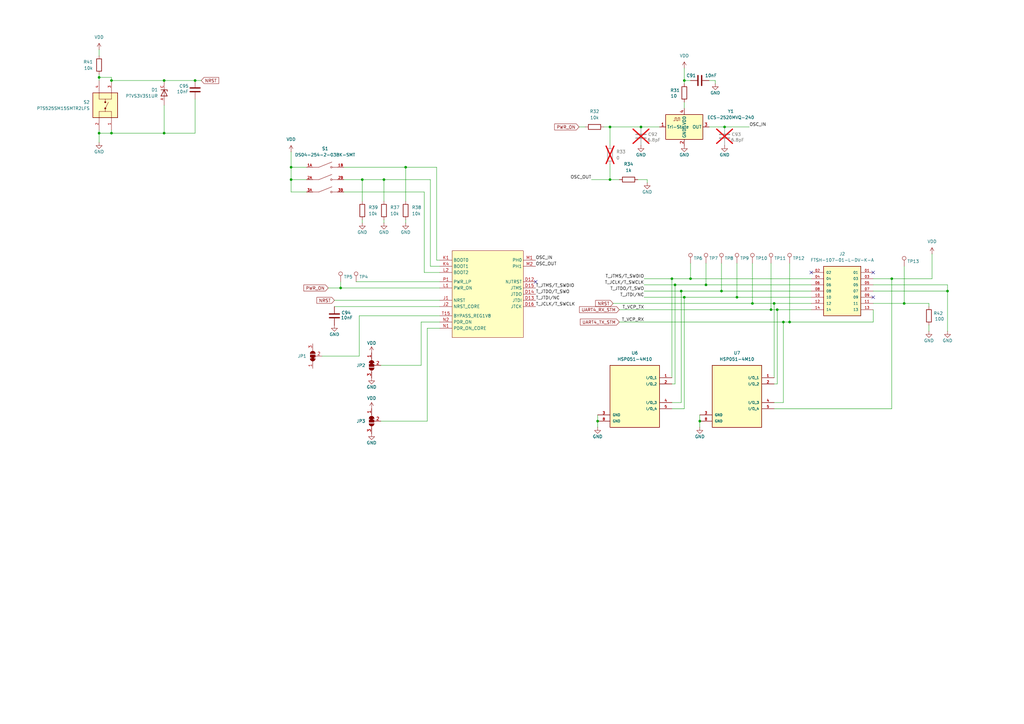
<source format=kicad_sch>
(kicad_sch (version 20250114) (generator "eeschema") (generator_version "9.0")
  (paper "A3")
  (title_block (comment 1 "Author: Mykola Grodskyi"))
  (junction (at 370.84 124.46))
  (junction (at 308.61 124.46))
  (junction (at 297.18 52.07))
  (junction (at 80.01 33.02))
  (junction (at 302.26 121.92))
  (junction (at 321.31 132.08))
  (junction (at 275.59 114.3))
  (junction (at 323.85 132.08))
  (junction (at 119.38 73.66))
  (junction (at 139.7 118.11))
  (junction (at 317.5 124.46))
  (junction (at 295.91 119.38))
  (junction (at 262.89 52.07))
  (junction (at 283.21 114.3))
  (junction (at 67.31 54.61))
  (junction (at 287.02 172.72))
  (junction (at 67.31 33.02))
  (junction (at 245.11 172.72))
  (junction (at 250.19 73.66))
  (junction (at 45.72 54.61))
  (junction (at 388.62 119.38))
  (junction (at 280.67 121.92))
  (junction (at 166.37 68.58))
  (junction (at 250.19 52.07))
  (junction (at 119.38 68.58))
  (junction (at 148.59 73.66))
  (junction (at 40.64 54.61))
  (junction (at 316.23 127))
  (junction (at 279.4 119.38))
  (junction (at 40.64 31.75))
  (junction (at 289.56 116.84))
  (junction (at 157.48 73.66))
  (junction (at 280.67 33.02))
  (junction (at 45.72 33.02))
  (junction (at 276.86 116.84))
  (junction (at 365.76 114.3))
  (junction (at 318.77 127))
  (no_connect (at 219.71 115.57))
  (no_connect (at 358.14 121.92))
  (no_connect (at 358.14 111.76))
  (no_connect (at 332.74 111.76))
  (wire (pts (xy 264.16 116.84) (xy 276.86 116.84)))
  (wire (pts (xy 250.19 67.31) (xy 250.19 73.66)))
  (wire (pts (xy 290.83 33.02) (xy 293.37 33.02)))
  (wire (pts (xy 317.5 157.48) (xy 318.77 157.48)))
  (wire (pts (xy 388.62 119.38) (xy 388.62 116.84)))
  (wire (pts (xy 317.5 124.46) (xy 317.5 154.94)))
  (wire (pts (xy 67.31 54.61) (xy 80.01 54.61)))
  (wire (pts (xy 156.21 172.72) (xy 175.26 172.72)))
  (wire (pts (xy 275.59 114.3) (xy 283.21 114.3)))
  (wire (pts (xy 140.97 73.66) (xy 148.59 73.66)))
  (wire (pts (xy 156.21 149.86) (xy 172.72 149.86)))
  (wire (pts (xy 166.37 68.58) (xy 140.97 68.58)))
  (wire (pts (xy 247.65 52.07) (xy 250.19 52.07)))
  (wire (pts (xy 166.37 91.44) (xy 166.37 90.17)))
  (wire (pts (xy 251.46 124.46) (xy 308.61 124.46)))
  (wire (pts (xy 264.16 121.92) (xy 280.67 121.92)))
  (wire (pts (xy 147.32 146.05) (xy 147.32 129.54)))
  (wire (pts (xy 180.34 111.76) (xy 173.99 111.76)))
  (wire (pts (xy 358.14 114.3) (xy 365.76 114.3)))
  (wire (pts (xy 264.16 119.38) (xy 279.4 119.38)))
  (wire (pts (xy 175.26 134.62) (xy 175.26 172.72)))
  (wire (pts (xy 323.85 107.95) (xy 323.85 132.08)))
  (wire (pts (xy 80.01 54.61) (xy 80.01 40.64)))
  (wire (pts (xy 250.19 52.07) (xy 262.89 52.07)))
  (wire (pts (xy 40.64 54.61) (xy 40.64 58.42)))
  (wire (pts (xy 370.84 109.22) (xy 370.84 124.46)))
  (wire (pts (xy 308.61 107.95) (xy 308.61 124.46)))
  (wire (pts (xy 283.21 114.3) (xy 332.74 114.3)))
  (wire (pts (xy 148.59 73.66) (xy 148.59 82.55)))
  (wire (pts (xy 67.31 33.02) (xy 45.72 33.02)))
  (wire (pts (xy 316.23 127) (xy 318.77 127)))
  (wire (pts (xy 323.85 132.08) (xy 358.14 132.08)))
  (wire (pts (xy 317.5 167.64) (xy 365.76 167.64)))
  (wire (pts (xy 139.7 118.11) (xy 180.34 118.11)))
  (wire (pts (xy 254 73.66) (xy 250.19 73.66)))
  (wire (pts (xy 134.62 118.11) (xy 139.7 118.11)))
  (wire (pts (xy 280.67 27.94) (xy 280.67 33.02)))
  (wire (pts (xy 40.64 53.34) (xy 40.64 54.61)))
  (wire (pts (xy 172.72 132.08) (xy 172.72 149.86)))
  (wire (pts (xy 132.08 146.05) (xy 147.32 146.05)))
  (wire (pts (xy 318.77 127) (xy 332.74 127)))
  (wire (pts (xy 321.31 132.08) (xy 323.85 132.08)))
  (wire (pts (xy 172.72 132.08) (xy 180.34 132.08)))
  (wire (pts (xy 275.59 114.3) (xy 275.59 154.94)))
  (wire (pts (xy 295.91 119.38) (xy 332.74 119.38)))
  (wire (pts (xy 173.99 78.74) (xy 140.97 78.74)))
  (wire (pts (xy 147.32 129.54) (xy 180.34 129.54)))
  (wire (pts (xy 280.67 121.92) (xy 280.67 167.64)))
  (wire (pts (xy 245.11 170.18) (xy 245.11 172.72)))
  (wire (pts (xy 388.62 119.38) (xy 388.62 135.89)))
  (wire (pts (xy 365.76 114.3) (xy 382.27 114.3)))
  (wire (pts (xy 381 135.89) (xy 381 133.35)))
  (wire (pts (xy 279.4 119.38) (xy 295.91 119.38)))
  (wire (pts (xy 67.31 43.18) (xy 67.31 54.61)))
  (wire (pts (xy 289.56 107.95) (xy 289.56 116.84)))
  (wire (pts (xy 280.67 41.91) (xy 280.67 44.45)))
  (wire (pts (xy 275.59 165.1) (xy 279.4 165.1)))
  (wire (pts (xy 176.53 109.22) (xy 180.34 109.22)))
  (wire (pts (xy 40.64 54.61) (xy 45.72 54.61)))
  (wire (pts (xy 119.38 73.66) (xy 119.38 78.74)))
  (wire (pts (xy 173.99 111.76) (xy 173.99 78.74)))
  (wire (pts (xy 381 125.73) (xy 381 124.46)))
  (wire (pts (xy 180.34 134.62) (xy 175.26 134.62)))
  (wire (pts (xy 40.64 30.48) (xy 40.64 31.75)))
  (wire (pts (xy 275.59 167.64) (xy 280.67 167.64)))
  (wire (pts (xy 302.26 107.95) (xy 302.26 121.92)))
  (wire (pts (xy 80.01 33.02) (xy 67.31 33.02)))
  (wire (pts (xy 358.14 119.38) (xy 388.62 119.38)))
  (wire (pts (xy 242.57 73.66) (xy 250.19 73.66)))
  (wire (pts (xy 157.48 73.66) (xy 157.48 82.55)))
  (wire (pts (xy 358.14 116.84) (xy 388.62 116.84)))
  (wire (pts (xy 287.02 170.18) (xy 287.02 172.72)))
  (wire (pts (xy 45.72 53.34) (xy 45.72 54.61)))
  (wire (pts (xy 283.21 107.95) (xy 283.21 114.3)))
  (wire (pts (xy 321.31 132.08) (xy 321.31 165.1)))
  (wire (pts (xy 365.76 167.64) (xy 365.76 114.3)))
  (wire (pts (xy 280.67 33.02) (xy 280.67 34.29)))
  (wire (pts (xy 119.38 68.58) (xy 125.73 68.58)))
  (wire (pts (xy 157.48 73.66) (xy 176.53 73.66)))
  (wire (pts (xy 254 127) (xy 316.23 127)))
  (wire (pts (xy 265.43 74.93) (xy 265.43 73.66)))
  (wire (pts (xy 166.37 68.58) (xy 166.37 82.55)))
  (wire (pts (xy 176.53 73.66) (xy 176.53 109.22)))
  (wire (pts (xy 275.59 157.48) (xy 276.86 157.48)))
  (wire (pts (xy 318.77 127) (xy 318.77 157.48)))
  (wire (pts (xy 290.83 52.07) (xy 297.18 52.07)))
  (wire (pts (xy 358.14 124.46) (xy 370.84 124.46)))
  (wire (pts (xy 45.72 54.61) (xy 67.31 54.61)))
  (wire (pts (xy 139.7 115.57) (xy 139.7 118.11)))
  (wire (pts (xy 280.67 121.92) (xy 302.26 121.92)))
  (wire (pts (xy 302.26 121.92) (xy 332.74 121.92)))
  (wire (pts (xy 279.4 119.38) (xy 279.4 165.1)))
  (wire (pts (xy 358.14 132.08) (xy 358.14 127)))
  (wire (pts (xy 119.38 68.58) (xy 119.38 73.66)))
  (wire (pts (xy 180.34 106.68) (xy 179.07 106.68)))
  (wire (pts (xy 382.27 104.14) (xy 382.27 114.3)))
  (wire (pts (xy 287.02 172.72) (xy 287.02 175.26)))
  (wire (pts (xy 125.73 73.66) (xy 119.38 73.66)))
  (wire (pts (xy 317.5 165.1) (xy 321.31 165.1)))
  (wire (pts (xy 119.38 78.74) (xy 125.73 78.74)))
  (wire (pts (xy 82.55 33.02) (xy 80.01 33.02)))
  (wire (pts (xy 40.64 20.32) (xy 40.64 22.86)))
  (wire (pts (xy 137.16 123.19) (xy 180.34 123.19)))
  (wire (pts (xy 317.5 124.46) (xy 332.74 124.46)))
  (wire (pts (xy 289.56 116.84) (xy 332.74 116.84)))
  (wire (pts (xy 146.05 115.57) (xy 180.34 115.57)))
  (wire (pts (xy 276.86 116.84) (xy 289.56 116.84)))
  (wire (pts (xy 179.07 106.68) (xy 179.07 68.58)))
  (wire (pts (xy 148.59 73.66) (xy 157.48 73.66)))
  (wire (pts (xy 308.61 124.46) (xy 317.5 124.46)))
  (wire (pts (xy 264.16 114.3) (xy 275.59 114.3)))
  (wire (pts (xy 119.38 62.23) (xy 119.38 68.58)))
  (wire (pts (xy 45.72 31.75) (xy 45.72 33.02)))
  (wire (pts (xy 148.59 91.44) (xy 148.59 90.17)))
  (wire (pts (xy 179.07 68.58) (xy 166.37 68.58)))
  (wire (pts (xy 40.64 31.75) (xy 40.64 33.02)))
  (wire (pts (xy 370.84 124.46) (xy 381 124.46)))
  (wire (pts (xy 157.48 91.44) (xy 157.48 90.17)))
  (wire (pts (xy 283.21 33.02) (xy 280.67 33.02)))
  (wire (pts (xy 254 132.08) (xy 321.31 132.08)))
  (wire (pts (xy 45.72 31.75) (xy 40.64 31.75)))
  (wire (pts (xy 180.34 125.73) (xy 137.16 125.73)))
  (wire (pts (xy 295.91 107.95) (xy 295.91 119.38)))
  (wire (pts (xy 250.19 52.07) (xy 250.19 59.69)))
  (wire (pts (xy 297.18 52.07) (xy 307.34 52.07)))
  (wire (pts (xy 265.43 73.66) (xy 261.62 73.66)))
  (wire (pts (xy 237.49 52.07) (xy 240.03 52.07)))
  (wire (pts (xy 245.11 172.72) (xy 245.11 175.26)))
  (wire (pts (xy 316.23 107.95) (xy 316.23 127)))
  (wire (pts (xy 276.86 116.84) (xy 276.86 157.48)))
  (wire (pts (xy 293.37 34.29) (xy 293.37 33.02)))
  (wire (pts (xy 262.89 52.07) (xy 270.51 52.07)))
  (label "OSC_OUT" (at 219.71 109.22 0))
  (label "T_JTDO{slash}T_SWO" (at 219.71 120.65 0))
  (label "T_VCP_TX" (at 264.16 127 180))
  (label "T_JTMS{slash}T_SWDIO" (at 219.71 118.11 0))
  (label "T_JTDI{slash}NC" (at 264.16 121.92 180))
  (label "T_JTDO{slash}T_SWO" (at 264.16 119.38 180))
  (label "T_JCLK{slash}T_SWCLK" (at 264.16 116.84 180))
  (label "T_JTMS{slash}T_SWDIO" (at 264.16 114.3 180))
  (label "OSC_IN" (at 219.71 106.68 0))
  (label "T_JCLK{slash}T_SWCLK" (at 219.71 125.73 0))
  (label "T_VCP_RX" (at 264.16 132.08 180))
  (label "T_JTDI{slash}NC" (at 219.71 123.19 0))
  (label "OSC_IN" (at 307.34 52.07 0))
  (label "OSC_OUT" (at 242.57 73.66 180))
  (global_label "UART4_TX_STM" (shape input) (at 254 132.08 180) (property "Intersheetrefs" "${INTERSHEET_REFS}" (effects (hide yes))))
  (global_label "PWR_ON" (shape input) (at 134.62 118.11 180) (property "Intersheetrefs" "${INTERSHEET_REFS}" (effects (hide yes))))
  (global_label "NRST" (shape input) (at 137.16 123.19 180) (property "Intersheetrefs" "${INTERSHEET_REFS}" (effects (hide yes))))
  (global_label "NRST" (shape input) (at 251.46 124.46 180) (property "Intersheetrefs" "${INTERSHEET_REFS}" (effects (hide yes))))
  (global_label "NRST" (shape input) (at 82.55 33.02 0) (property "Intersheetrefs" "${INTERSHEET_REFS}" (effects (hide yes))))
  (global_label "UART4_RX_STM" (shape input) (at 254 127 180) (property "Intersheetrefs" "${INTERSHEET_REFS}" (effects (hide yes))))
  (global_label "PWR_ON" (shape input) (at 237.49 52.07 180) (property "Intersheetrefs" "${INTERSHEET_REFS}" (effects (hide yes))))
  (symbol (lib_id "Connector:TestPoint") (at 316.23 107.95 0) (unit 1)
    (property "Reference" "TP11" (at 317.5 105.918 0) (effects (justify left)))
    (property "Value" "TestPoint" (effects (hide yes)))
    (property "Footprint" "TestPoint:TestPoint_Pad_D1.0mm" (effects (hide yes)))
    (property "Description" "test point" (effects (hide yes)))
  )
  (symbol (lib_id "Connector:TestPoint") (at 139.7 115.57 0) (unit 1)
    (property "Reference" "TP5" (at 140.97 113.538 0) (effects (justify left)))
    (property "Value" "TestPoint" (effects (hide yes)))
    (property "Footprint" "TestPoint:TestPoint_Pad_D1.0mm" (effects (hide yes)))
    (property "Description" "test point" (effects (hide yes)))
  )
  (symbol (lib_id "Device:R") (at 257.81 73.66 90) (unit 1)
    (property "Reference" "R34" (at 257.81 67.31 90))
    (property "Value" "1k" (at 257.81 69.85 90))
    (property "Footprint" "Resistor_SMD:R_0402_1005Metric" (effects (hide yes)))
    (property "Description" "Resistor" (effects (hide yes)))
  )
  (symbol (lib_id "power:GND") (at 293.37 34.29 0) (unit 1)
    (property "Reference" "#PWR090" (effects (hide yes)))
    (property "Value" "GND" (at 293.37 38.1 0))
    (property "Description" "Power symbol creates a global label with name \"GND\" , ground" (effects (hide yes)))
  )
  (symbol (lib_id "power:GND") (at 388.62 135.89 0) (mirror y) (unit 1)
    (property "Reference" "#PWR0106" (effects (hide yes)))
    (property "Value" "GND" (at 388.62 139.7 0))
    (property "Description" "Power symbol creates a global label with name \"GND\" , ground" (effects (hide yes)))
  )
  (symbol (lib_id "HSP051-4M10:HSP051-4M10") (at 260.35 162.56 0) (mirror y) (unit 1)
    (property "Reference" "U6" (at 260.35 144.78 0))
    (property "Value" "HSP051-4M10" (at 260.35 147.32 0))
    (property "Footprint" "lib:IC_HSP051-4M10" (effects (hide yes)))
    (property "MF" "STMicroelectronics" (effects (hide yes)))
    (property "MAXIMUM_PACKAGE_HEIGHT" "0.5mm" (effects (hide yes)))
    (property "Package" "UQFN-10 STMicroelectronics" (effects (hide yes)))
    (property "Description_1" "10V Clamp 1A (8/20µs) Ipp Tvs Diode Surface Mount 10-UQFN (2.5x1)" (effects (hide yes)))
    (property "MANUFACTURER" "STMicroelectronics" (effects (hide yes)))
    (property "P/N" " HSP051-4M10" (effects (hide yes)))
    (property "Mouser P/N" "511-HSP051-4M10" (effects (hide yes)))
  )
  (symbol (lib_id "power:GND") (at 297.18 59.69 0) (unit 1)
    (property "Reference" "#PWR093" (effects (hide yes)))
    (property "Value" "GND" (at 297.18 63.5 0))
    (property "Description" "Power symbol creates a global label with name \"GND\" , ground" (effects (hide yes)))
  )
  (symbol (lib_id "Device:R") (at 40.64 26.67 0) (mirror x) (unit 1)
    (property "Reference" "R41" (at 38.1 25.3999 0) (effects (justify right)))
    (property "Value" "10k" (at 38.1 27.9399 0) (effects (justify right)))
    (property "Footprint" "Resistor_SMD:R_0402_1005Metric" (effects (hide yes)))
    (property "Description" "Resistor" (effects (hide yes)))
  )
  (symbol (lib_id "Device:R") (at 157.48 86.36 0) (unit 1)
    (property "Reference" "R37" (at 160.02 85.0899 0) (effects (justify left)))
    (property "Value" "10k" (at 160.02 87.6299 0) (effects (justify left)))
    (property "Footprint" "Resistor_SMD:R_0402_1005Metric" (effects (hide yes)))
    (property "Description" "Resistor" (effects (hide yes)))
  )
  (symbol (lib_id "power:+36V") (at 280.67 27.94 0) (unit 1)
    (property "Reference" "#PWR088" (effects (hide yes)))
    (property "Value" "VDD" (at 280.67 22.86 0))
    (property "Description" "Power symbol creates a global label with name \"+36V\"" (effects (hide yes)))
  )
  (symbol (lib_id "power:+36V") (at 382.27 104.14 0) (mirror y) (unit 1)
    (property "Reference" "#PWR0105" (effects (hide yes)))
    (property "Value" "VDD" (at 382.27 99.06 0))
    (property "Description" "Power symbol creates a global label with name \"+36V\"" (effects (hide yes)))
  )
  (symbol (lib_id "DS04-254-2-03BK-SMT:DS04-254-2-03BK-SMT") (at 133.35 73.66 0) (unit 1)
    (property "Reference" "S1" (at 133.35 60.96 0))
    (property "Value" "DS04-254-2-03BK-SMT" (at 133.35 63.5 0))
    (property "Footprint" "lib:SW_DS04-254-2-03BK-SMT" (effects (hide yes)))
    (property "MF" "Same Sky" (effects (hide yes)))
    (property "MAXIMUM_PACKAGE_HEIGHT" "4.86 mm" (effects (hide yes)))
    (property "Package" "None" (effects (hide yes)))
    (property "Price" "None" (effects (hide yes)))
    (property "Check_prices" "https://www.snapeda.com/parts/DS04-254-2-03BK-SMT/Same+Sky/view-part/?ref=eda" (effects (hide yes)))
    (property "STANDARD" "Manufacturer Recommendations" (effects (hide yes)))
    (property "PARTREV" "V0.0" (effects (hide yes)))
    (property "SnapEDA_Link" "https://www.snapeda.com/parts/DS04-254-2-03BK-SMT/Same+Sky/view-part/?ref=snap" (effects (hide yes)))
    (property "MP" "DS04-254-2-03BK-SMT" (effects (hide yes)))
    (property "Description_1" "3 Position, Surface Mount, 2.54 mm Pitch, Flat Slide Actuator, Flat Bottom, SMT Pin, DIP Switch" (effects (hide yes)))
    (property "Availability" "In Stock" (effects (hide yes)))
    (property "MANUFACTURER" "CUI Inc." (effects (hide yes)))
  )
  (symbol (lib_id "Connector:TestPoint") (at 323.85 107.95 0) (unit 1)
    (property "Reference" "TP12" (at 325.12 105.918 0) (effects (justify left)))
    (property "Value" "TestPoint" (effects (hide yes)))
    (property "Footprint" "TestPoint:TestPoint_Pad_D1.0mm" (effects (hide yes)))
    (property "Description" "test point" (effects (hide yes)))
  )
  (symbol (lib_id "power:GND") (at 152.4 177.8 0) (unit 1)
    (property "Reference" "#PWR0109" (effects (hide yes)))
    (property "Value" "GND" (at 152.4 181.61 0))
    (property "Description" "Power symbol creates a global label with name \"GND\" , ground" (effects (hide yes)))
  )
  (symbol (lib_id "Device:R") (at 250.19 63.5 180) (unit 1) (dnp yes)
    (property "Reference" "R33" (at 252.73 62.2299 0) (effects (justify right)))
    (property "Value" "0" (at 252.73 64.7699 0) (effects (justify right)))
    (property "Footprint" "Resistor_SMD:R_0402_1005Metric" (effects (hide yes)))
    (property "Description" "Resistor" (effects (hide yes)))
  )
  (symbol (lib_id "Oscillator:ECS-2520MV-xxx-xx") (at 280.67 52.07 0) (unit 1)
    (property "Reference" "Y1" (at 299.72 45.6498 0))
    (property "Value" "ECS-2520MVQ-240" (at 299.72 48.1898 0))
    (property "Footprint" "Oscillator:Oscillator_SMD_ECS_2520MV-xxx-xx-4Pin_2.5x2.0mm" (effects (hide yes)))
    (property "Datasheet" "https://www.ecsxtal.com/store/pdf/ECS-2520MV.pdf" (effects (hide yes)))
    (property "Description" "HCMOS Crystal Clock Oscillator, 2.5x2.0 mm SMD" (effects (hide yes)))
    (property "Mouser P/N" "520-E2520MVQ240BSTR" (effects (hide yes)))
    (property "P/N" "ECS-2520MVQ-240-BS-TR" (effects (hide yes)))
  )
  (symbol (lib_id "power:+36V") (at 40.64 20.32 0) (mirror y) (unit 1)
    (property "Reference" "#PWR0101" (effects (hide yes)))
    (property "Value" "VDD" (at 40.64 15.24 0))
    (property "Description" "Power symbol creates a global label with name \"+36V\"" (effects (hide yes)))
  )
  (symbol (lib_id "Connector:TestPoint") (at 308.61 107.95 0) (unit 1)
    (property "Reference" "TP10" (at 309.88 105.918 0) (effects (justify left)))
    (property "Value" "TestPoint" (effects (hide yes)))
    (property "Footprint" "TestPoint:TestPoint_Pad_D1.0mm" (effects (hide yes)))
    (property "Description" "test point" (effects (hide yes)))
  )
  (symbol (lib_id "Connector:TestPoint") (at 289.56 107.95 0) (unit 1)
    (property "Reference" "TP7" (at 290.83 105.918 0) (effects (justify left)))
    (property "Value" "TestPoint" (effects (hide yes)))
    (property "Footprint" "TestPoint:TestPoint_Pad_D1.0mm" (effects (hide yes)))
    (property "Description" "test point" (effects (hide yes)))
  )
  (symbol (lib_id "Device:R") (at 166.37 86.36 180) (unit 1)
    (property "Reference" "R38" (at 168.91 85.0899 0) (effects (justify right)))
    (property "Value" "10k" (at 168.91 87.6299 0) (effects (justify right)))
    (property "Footprint" "Resistor_SMD:R_0402_1005Metric" (effects (hide yes)))
    (property "Description" "Resistor" (effects (hide yes)))
  )
  (symbol (lib_id "Connector:TestPoint") (at 295.91 107.95 0) (unit 1)
    (property "Reference" "TP8" (at 297.18 105.918 0) (effects (justify left)))
    (property "Value" "TestPoint" (effects (hide yes)))
    (property "Footprint" "TestPoint:TestPoint_Pad_D1.0mm" (effects (hide yes)))
    (property "Description" "test point" (effects (hide yes)))
  )
  (symbol (lib_id "Connector:TestPoint") (at 302.26 107.95 0) (unit 1)
    (property "Reference" "TP9" (at 303.53 105.918 0) (effects (justify left)))
    (property "Value" "TestPoint" (effects (hide yes)))
    (property "Footprint" "TestPoint:TestPoint_Pad_D1.0mm" (effects (hide yes)))
    (property "Description" "test point" (effects (hide yes)))
  )
  (symbol (lib_id "PTS525SM15SMTR2LFS:PTS525SM15SMTR2LFS") (at 43.18 43.18 270) (mirror x) (unit 1)
    (property "Reference" "S2" (at 36.83 41.9099 90) (effects (justify right)))
    (property "Value" "PTS525SM15SMTR2LFS" (at 36.83 44.4499 90) (effects (justify right)))
    (property "Footprint" "lib:SW_PTS525SM15SMTR2LFS" (effects (hide yes)))
    (property "MF" "C&K" (effects (hide yes)))
    (property "Description_1" "Switch;Tactile;SPST-NO;OFF-MOM;Top Act;Surface Mnt;4.3mm;0.02A;15VDC;Gull Wing | C&K PTS525SM15SMTR2 LFS" (effects (hide yes)))
    (property "Package" "Tactile Switch CK" (effects (hide yes)))
    (property "Price" "None" (effects (hide yes)))
    (property "Check_prices" "https://www.snapeda.com/parts/PTS525SM15SMTR2%20LFS/C%2526K/view-part/?ref=eda" (effects (hide yes)))
    (property "STANDARD" "Manufacturer REcommendation" (effects (hide yes)))
    (property "PARTREV" "NA" (effects (hide yes)))
    (property "SnapEDA_Link" "https://www.snapeda.com/parts/PTS525SM15SMTR2%20LFS/C%2526K/view-part/?ref=snap" (effects (hide yes)))
    (property "MP" "PTS525SM15SMTR2 LFS" (effects (hide yes)))
    (property "Availability" "In Stock" (effects (hide yes)))
    (property "MANUFACTURER" "C & K" (effects (hide yes)))
  )
  (symbol (lib_id "HSP051-4M10:HSP051-4M10") (at 302.26 162.56 0) (mirror y) (unit 1)
    (property "Reference" "U7" (at 302.26 144.78 0))
    (property "Value" "HSP051-4M10" (at 302.26 147.32 0))
    (property "Footprint" "lib:IC_HSP051-4M10" (effects (hide yes)))
    (property "MF" "STMicroelectronics" (effects (hide yes)))
    (property "MAXIMUM_PACKAGE_HEIGHT" "0.5mm" (effects (hide yes)))
    (property "Package" "UQFN-10 STMicroelectronics" (effects (hide yes)))
    (property "Description_1" "10V Clamp 1A (8/20µs) Ipp Tvs Diode Surface Mount 10-UQFN (2.5x1)" (effects (hide yes)))
    (property "MANUFACTURER" "STMicroelectronics" (effects (hide yes)))
    (property "P/N" " HSP051-4M10" (effects (hide yes)))
    (property "Mouser P/N" "511-HSP051-4M10" (effects (hide yes)))
  )
  (symbol (lib_id "power:GND") (at 148.59 91.44 0) (unit 1)
    (property "Reference" "#PWR098" (effects (hide yes)))
    (property "Value" "GND" (at 148.59 95.25 0))
    (property "Description" "Power symbol creates a global label with name \"GND\" , ground" (effects (hide yes)))
  )
  (symbol (lib_id "power:GND") (at 157.48 91.44 0) (unit 1)
    (property "Reference" "#PWR097" (effects (hide yes)))
    (property "Value" "GND" (at 157.48 95.25 0))
    (property "Description" "Power symbol creates a global label with name \"GND\" , ground" (effects (hide yes)))
  )
  (symbol (lib_id "Connector:TestPoint") (at 370.84 109.22 0) (unit 1)
    (property "Reference" "TP13" (at 372.11 107.188 0) (effects (justify left)))
    (property "Value" "TestPoint" (effects (hide yes)))
    (property "Footprint" "TestPoint:TestPoint_Pad_D1.0mm" (effects (hide yes)))
    (property "Description" "test point" (effects (hide yes)))
  )
  (symbol (lib_id "Jumper:SolderJumper_3_Bridged12") (at 128.27 146.05 90) (unit 1) (in_bom no)
    (property "Reference" "JP1" (at 125.73 146.0499 90) (effects (justify left)))
    (property "Value" "SolderJumper_3_Bridged12" (effects (hide yes)))
    (property "Footprint" "Jumper:SolderJumper-3_P1.3mm_Bridged12_Pad1.0x1.5mm" (effects (hide yes)))
    (property "Description" "3-pole Solder Jumper, pins 1+2 closed/bridged" (effects (hide yes)))
  )
  (symbol (lib_id "Jumper:SolderJumper_3_Bridged12") (at 152.4 149.86 90) (mirror x) (unit 1) (in_bom no)
    (property "Reference" "JP2" (at 149.86 149.8601 90) (effects (justify left)))
    (property "Value" "SolderJumper_3_Bridged12" (effects (hide yes)))
    (property "Footprint" "Jumper:SolderJumper-3_P1.3mm_Bridged12_Pad1.0x1.5mm" (effects (hide yes)))
    (property "Description" "3-pole Solder Jumper, pins 1+2 closed/bridged" (effects (hide yes)))
  )
  (symbol (lib_id "Device:R") (at 243.84 52.07 90) (unit 1)
    (property "Reference" "R32" (at 243.84 45.72 90))
    (property "Value" "10k" (at 243.84 48.26 90))
    (property "Footprint" "Resistor_SMD:R_0402_1005Metric" (effects (hide yes)))
    (property "Description" "Resistor" (effects (hide yes)))
  )
  (symbol (lib_id "Device:R") (at 280.67 38.1 180) (unit 1)
    (property "Reference" "R31" (at 276.86 37.084 0))
    (property "Value" "10" (at 276.352 39.37 0))
    (property "Footprint" "Resistor_SMD:R_0402_1005Metric" (effects (hide yes)))
    (property "Description" "Resistor" (effects (hide yes)))
  )
  (symbol (lib_id "Device:R") (at 148.59 86.36 180) (unit 1)
    (property "Reference" "R39" (at 151.13 85.0899 0) (effects (justify right)))
    (property "Value" "10k" (at 151.13 87.6299 0) (effects (justify right)))
    (property "Footprint" "Resistor_SMD:R_0402_1005Metric" (effects (hide yes)))
    (property "Description" "Resistor" (effects (hide yes)))
  )
  (symbol (lib_id "Jumper:SolderJumper_3_Bridged12") (at 152.4 172.72 90) (mirror x) (unit 1) (in_bom no)
    (property "Reference" "JP3" (at 149.86 172.7201 90) (effects (justify left)))
    (property "Value" "SolderJumper_3_Bridged12" (effects (hide yes)))
    (property "Footprint" "Jumper:SolderJumper-3_P1.3mm_Bridged12_Pad1.0x1.5mm" (effects (hide yes)))
    (property "Description" "3-pole Solder Jumper, pins 1+2 closed/bridged" (effects (hide yes)))
  )
  (symbol (lib_id "power:GND") (at 381 135.89 0) (mirror y) (unit 1)
    (property "Reference" "#PWR0107" (effects (hide yes)))
    (property "Value" "GND" (at 381 139.7 0))
    (property "Description" "Power symbol creates a global label with name \"GND\" , ground" (effects (hide yes)))
  )
  (symbol (lib_id "power:GND") (at 262.89 59.69 0) (unit 1)
    (property "Reference" "#PWR092" (effects (hide yes)))
    (property "Value" "GND" (at 262.89 63.5 0))
    (property "Description" "Power symbol creates a global label with name \"GND\" , ground" (effects (hide yes)))
  )
  (symbol (lib_id "Device:C") (at 80.01 36.83 0) (mirror x) (unit 1)
    (property "Reference" "C95" (at 75.438 35.306 0))
    (property "Value" "10nF" (at 74.93 37.592 0))
    (property "Footprint" "Capacitor_SMD:C_0402_1005Metric" (effects (hide yes)))
    (property "Description" "Unpolarized capacitor" (effects (hide yes)))
    (property "P/N" " GRM155R71C103KA01J" (effects (hide yes)))
    (property "Mouser P/N" "81-GRM155R71C103KA1J" (effects (hide yes)))
  )
  (symbol (lib_id "power:GND") (at 245.11 175.26 0) (mirror y) (unit 1)
    (property "Reference" "#PWR0103" (effects (hide yes)))
    (property "Value" "GND" (at 245.11 179.07 0))
    (property "Description" "Power symbol creates a global label with name \"GND\" , ground" (effects (hide yes)))
  )
  (symbol (lib_id "power:GND") (at 166.37 91.44 0) (unit 1)
    (property "Reference" "#PWR096" (effects (hide yes)))
    (property "Value" "GND" (at 166.37 95.25 0))
    (property "Description" "Power symbol creates a global label with name \"GND\" , ground" (effects (hide yes)))
  )
  (symbol (lib_id "power:+36V") (at 119.38 62.23 0) (unit 1)
    (property "Reference" "#PWR099" (effects (hide yes)))
    (property "Value" "VDD" (at 119.38 57.15 0))
    (property "Description" "Power symbol creates a global label with name \"+36V\"" (effects (hide yes)))
  )
  (symbol (lib_id "power:GND") (at 137.16 133.35 0) (unit 1)
    (property "Reference" "#PWR0100" (effects (hide yes)))
    (property "Value" "GND" (at 137.16 137.16 0))
    (property "Description" "Power symbol creates a global label with name \"GND\" , ground" (effects (hide yes)))
  )
  (symbol (lib_id "Device:R") (at 381 129.54 0) (mirror x) (unit 1)
    (property "Reference" "R42" (at 384.81 128.524 0))
    (property "Value" "100" (at 385.318 130.81 0))
    (property "Footprint" "Resistor_SMD:R_0402_1005Metric" (effects (hide yes)))
    (property "Description" "Resistor" (effects (hide yes)))
  )
  (symbol (lib_id "power:+36V") (at 152.4 167.64 0) (unit 1)
    (property "Reference" "#PWR094" (effects (hide yes)))
    (property "Value" "VDD" (at 152.4 163.322 0))
    (property "Description" "Power symbol creates a global label with name \"+36V\"" (effects (hide yes)))
  )
  (symbol (lib_id "New_Library:STM32MP157FABx") (at 201.93 114.3 0) (unit 5)
    (property "Reference" "U2" (effects (hide yes)))
    (property "Value" "STM32MP157FABx" (effects (hide yes)))
    (property "Footprint" "Package_BGA:ST_LFBGA-354_16x16mm_Layout19x19_P0.8mm" (effects (hide yes)))
    (property "Datasheet" "https://www.st.com/resource/en/datasheet/stm32mp157f.pdf" (effects (hide yes)))
    (property "Description" "STMicroelectronics Arm Cortex-A7 MCU, 0KB flash, 708KB RAM, 98 GPIO, LFBGA354" (effects (hide yes)))
  )
  (symbol (lib_id "Connector:TestPoint") (at 146.05 115.57 0) (unit 1)
    (property "Reference" "TP4" (at 147.32 113.538 0) (effects (justify left)))
    (property "Value" "TestPoint" (effects (hide yes)))
    (property "Footprint" "TestPoint:TestPoint_Pad_D1.0mm" (effects (hide yes)))
    (property "Description" "test point" (effects (hide yes)))
  )
  (symbol (lib_id "FTSH-107-01-L-DV-K-A:FTSH-107-01-L-DV-K-A") (at 345.44 119.38 0) (mirror y) (unit 1)
    (property "Reference" "J2" (at 345.45 104.14 0))
    (property "Value" "FTSH-107-01-L-DV-K-A" (at 345.45 106.68 0))
    (property "Footprint" "FTSH-107-01-L-DV-K-A:SAMTEC_FTSH-107-01-L-DV-K-A" (effects (hide yes)))
    (property "MF" "Samtec Inc." (effects (hide yes)))
    (property "MAXIMUM_PACKAGE_HEIGHT" "6.23mm" (effects (hide yes)))
    (property "Package" "None" (effects (hide yes)))
    (property "Price" "None" (effects (hide yes)))
    (property "Check_prices" "https://www.snapeda.com/parts/FTSH-107-01-L-DV-K-A/Samtec+Inc./view-part/?ref=eda" (effects (hide yes)))
    (property "STANDARD" "Manufacturer Recommendation" (effects (hide yes)))
    (property "PARTREV" "H" (effects (hide yes)))
    (property "SnapEDA_Link" "https://www.snapeda.com/parts/FTSH-107-01-L-DV-K-A/Samtec+Inc./view-part/?ref=snap" (effects (hide yes)))
    (property "MP" "FTSH-107-01-L-DV-K-A" (effects (hide yes)))
    (property "Description_1" "Connector Header Surface Mount 14 position 0.050 (1.27mm)" (effects (hide yes)))
    (property "Availability" "In Stock" (effects (hide yes)))
    (property "MANUFACTURER" "Samtec" (effects (hide yes)))
  )
  (symbol (lib_id "power:GND") (at 287.02 175.26 0) (mirror y) (unit 1)
    (property "Reference" "#PWR0104" (effects (hide yes)))
    (property "Value" "GND" (at 287.02 179.07 0))
    (property "Description" "Power symbol creates a global label with name \"GND\" , ground" (effects (hide yes)))
  )
  (symbol (lib_id "Device:C") (at 137.16 129.54 180) (unit 1)
    (property "Reference" "C94" (at 141.986 128.27 0))
    (property "Value" "10nF" (at 142.24 130.302 0))
    (property "Footprint" "Capacitor_SMD:C_0402_1005Metric" (effects (hide yes)))
    (property "Description" "Unpolarized capacitor" (effects (hide yes)))
    (property "P/N" " GRM155R71C103KA01J" (effects (hide yes)))
    (property "Mouser P/N" "81-GRM155R71C103KA1J" (effects (hide yes)))
  )
  (symbol (lib_id "power:GND") (at 152.4 154.94 0) (unit 1)
    (property "Reference" "#PWR0108" (effects (hide yes)))
    (property "Value" "GND" (at 152.4 158.75 0))
    (property "Description" "Power symbol creates a global label with name \"GND\" , ground" (effects (hide yes)))
  )
  (symbol (lib_id "Connector:TestPoint") (at 283.21 107.95 0) (unit 1)
    (property "Reference" "TP6" (at 284.48 105.918 0) (effects (justify left)))
    (property "Value" "TestPoint" (effects (hide yes)))
    (property "Footprint" "TestPoint:TestPoint_Pad_D1.0mm" (effects (hide yes)))
    (property "Description" "test point" (effects (hide yes)))
  )
  (symbol (lib_id "Device:C") (at 297.18 55.88 180) (unit 1) (dnp yes)
    (property "Reference" "C93" (at 302.006 55.118 0))
    (property "Value" "6.8pF" (at 302.514 57.404 0))
    (property "Footprint" "Capacitor_SMD:C_0402_1005Metric" (effects (hide yes)))
    (property "Description" "Unpolarized capacitor" (effects (hide yes)))
  )
  (symbol (lib_id "power:GND") (at 40.64 58.42 0) (mirror y) (unit 1)
    (property "Reference" "#PWR0102" (effects (hide yes)))
    (property "Value" "GND" (at 40.64 62.23 0))
    (property "Description" "Power symbol creates a global label with name \"GND\" , ground" (effects (hide yes)))
  )
  (symbol (lib_id "PTVS3V3S1UR:PTVS3V3S1UR") (at 67.31 38.1 90) (mirror x) (unit 1)
    (property "Reference" "D1" (at 64.77 36.8299 90) (effects (justify left)))
    (property "Value" "PTVS3V3S1UR" (at 64.77 39.3699 90) (effects (justify left)))
    (property "Footprint" "PTVS3V3S1UR:TVS_PTVS3V3S1UR" (effects (hide yes)))
    (property "MF" "NXP Semiconductors" (effects (hide yes)))
    (property "MAXIMUM_PACKAGE_HEIGHT" "1.1 mm" (effects (hide yes)))
    (property "Package" "None" (effects (hide yes)))
    (property "Price" "None" (effects (hide yes)))
    (property "Check_prices" "https://www.snapeda.com/parts/PTVS3V3S1UR/NXP+Semiconductors/view-part/?ref=eda" (effects (hide yes)))
    (property "STANDARD" "Manufacturer Recommendations" (effects (hide yes)))
    (property "PARTREV" "Rev. 3" (effects (hide yes)))
    (property "SnapEDA_Link" "https://www.snapeda.com/parts/PTVS3V3S1UR/NXP+Semiconductors/view-part/?ref=snap" (effects (hide yes)))
    (property "MP" "PTVS3V3S1UR" (effects (hide yes)))
    (property "Description_1" "TVS Diode Single Uni-Dir 3.3V 400W Automotive 2-Pin SOD-123W T/R" (effects (hide yes)))
    (property "Availability" "In Stock" (effects (hide yes)))
    (property "MANUFACTURER" "Nexperia" (effects (hide yes)))
  )
  (symbol (lib_id "power:GND") (at 265.43 74.93 0) (unit 1)
    (property "Reference" "#PWR091" (effects (hide yes)))
    (property "Value" "GND" (at 265.43 78.74 0))
    (property "Description" "Power symbol creates a global label with name \"GND\" , ground" (effects (hide yes)))
  )
  (symbol (lib_id "power:GND") (at 280.67 59.69 0) (unit 1)
    (property "Reference" "#PWR089" (effects (hide yes)))
    (property "Value" "GND" (at 280.67 63.5 0))
    (property "Description" "Power symbol creates a global label with name \"GND\" , ground" (effects (hide yes)))
  )
  (symbol (lib_id "power:+36V") (at 152.4 144.78 0) (unit 1)
    (property "Reference" "#PWR095" (effects (hide yes)))
    (property "Value" "VDD" (at 152.4 140.716 0))
    (property "Description" "Power symbol creates a global label with name \"+36V\"" (effects (hide yes)))
  )
  (symbol (lib_id "Device:C") (at 287.02 33.02 90) (unit 1)
    (property "Reference" "C91" (at 283.464 30.988 90))
    (property "Value" "10nF" (at 291.592 30.988 90))
    (property "Footprint" "Capacitor_SMD:C_0402_1005Metric" (effects (hide yes)))
    (property "Description" "Unpolarized capacitor" (effects (hide yes)))
    (property "P/N" " GRM155R71C103KA01J" (effects (hide yes)))
    (property "Mouser P/N" "81-GRM155R71C103KA1J" (effects (hide yes)))
  )
  (symbol (lib_id "Device:C") (at 262.89 55.88 180) (unit 1) (dnp yes)
    (property "Reference" "C92" (at 267.716 55.118 0))
    (property "Value" "6.8pF" (at 268.224 57.404 0))
    (property "Footprint" "Capacitor_SMD:C_0402_1005Metric" (effects (hide yes)))
    (property "Description" "Unpolarized capacitor" (effects (hide yes)))
  )
)
</source>
